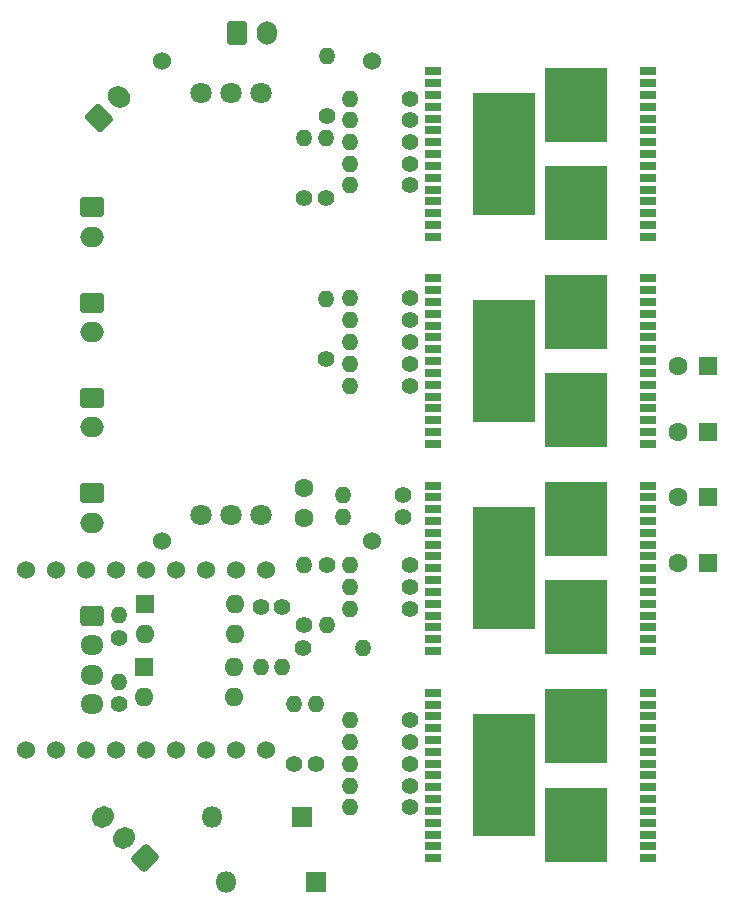
<source format=gbr>
%TF.GenerationSoftware,KiCad,Pcbnew,7.0.9*%
%TF.CreationDate,2024-06-22T14:47:38+09:00*%
%TF.ProjectId,Drive,44726976-652e-46b6-9963-61645f706362,rev?*%
%TF.SameCoordinates,Original*%
%TF.FileFunction,Soldermask,Top*%
%TF.FilePolarity,Negative*%
%FSLAX46Y46*%
G04 Gerber Fmt 4.6, Leading zero omitted, Abs format (unit mm)*
G04 Created by KiCad (PCBNEW 7.0.9) date 2024-06-22 14:47:38*
%MOMM*%
%LPD*%
G01*
G04 APERTURE LIST*
G04 Aperture macros list*
%AMRoundRect*
0 Rectangle with rounded corners*
0 $1 Rounding radius*
0 $2 $3 $4 $5 $6 $7 $8 $9 X,Y pos of 4 corners*
0 Add a 4 corners polygon primitive as box body*
4,1,4,$2,$3,$4,$5,$6,$7,$8,$9,$2,$3,0*
0 Add four circle primitives for the rounded corners*
1,1,$1+$1,$2,$3*
1,1,$1+$1,$4,$5*
1,1,$1+$1,$6,$7*
1,1,$1+$1,$8,$9*
0 Add four rect primitives between the rounded corners*
20,1,$1+$1,$2,$3,$4,$5,0*
20,1,$1+$1,$4,$5,$6,$7,0*
20,1,$1+$1,$6,$7,$8,$9,0*
20,1,$1+$1,$8,$9,$2,$3,0*%
%AMHorizOval*
0 Thick line with rounded ends*
0 $1 width*
0 $2 $3 position (X,Y) of the first rounded end (center of the circle)*
0 $4 $5 position (X,Y) of the second rounded end (center of the circle)*
0 Add line between two ends*
20,1,$1,$2,$3,$4,$5,0*
0 Add two circle primitives to create the rounded ends*
1,1,$1,$2,$3*
1,1,$1,$4,$5*%
%AMFreePoly0*
4,1,37,-2.000000,3.000000,-1.984315,3.176420,-1.928653,3.370950,-1.834972,3.550293,-1.707107,3.707107,-1.550293,3.834972,-1.370950,3.928653,-1.176420,3.984315,-1.000000,4.000000,1.000000,4.000000,1.176420,3.984315,1.370950,3.928653,1.550293,3.834972,1.707107,3.707107,1.834972,3.550293,1.928653,3.370950,1.984315,3.176420,2.000000,3.000000,2.000000,-3.000000,1.984315,-3.176420,
1.928653,-3.370950,1.834972,-3.550293,1.707107,-3.707107,1.550293,-3.834972,1.370950,-3.928653,1.176420,-3.984315,1.000000,-4.000000,-1.000000,-4.000000,-1.176420,-3.984315,-1.370950,-3.928653,-1.550293,-3.834972,-1.707107,-3.707107,-1.834972,-3.550293,-1.928653,-3.370950,-1.984315,-3.176420,-2.000000,-3.000000,-2.000000,3.000000,-2.000000,3.000000,$1*%
%AMFreePoly1*
4,1,37,-1.750000,1.875000,-1.741990,1.993125,-1.696327,2.176741,-1.612259,2.346247,-1.493718,2.493718,-1.346247,2.612259,-1.176741,2.696327,-0.993125,2.741990,-0.875000,2.750000,0.875000,2.750000,0.993125,2.741990,1.176741,2.696327,1.346247,2.612259,1.493718,2.493718,1.612259,2.346247,1.696327,2.176741,1.741990,1.993125,1.750000,1.875000,1.750000,-1.875000,1.741990,-1.993125,
1.696327,-2.176741,1.612259,-2.346247,1.493718,-2.493718,1.346247,-2.612259,1.176741,-2.696327,0.993125,-2.741990,0.875000,-2.750000,-0.875000,-2.750000,-0.993125,-2.741990,-1.176741,-2.696327,-1.346247,-2.612259,-1.493718,-2.493718,-1.612259,-2.346247,-1.696327,-2.176741,-1.741990,-1.993125,-1.750000,-1.875000,-1.750000,1.875000,-1.750000,1.875000,$1*%
G04 Aperture macros list end*
%ADD10RoundRect,0.250000X0.936916X0.088388X0.088388X0.936916X-0.936916X-0.088388X-0.088388X-0.936916X0*%
%ADD11HorizOval,1.700000X0.088388X0.088388X-0.088388X-0.088388X0*%
%ADD12FreePoly0,0.000000*%
%ADD13R,1.600000X1.600000*%
%ADD14C,1.600000*%
%ADD15C,1.400000*%
%ADD16O,1.400000X1.400000*%
%ADD17FreePoly1,0.000000*%
%ADD18RoundRect,0.250000X-0.600000X-0.750000X0.600000X-0.750000X0.600000X0.750000X-0.600000X0.750000X0*%
%ADD19O,1.700000X2.000000*%
%ADD20C,1.800000*%
%ADD21RoundRect,0.250000X0.106066X-0.954594X0.954594X-0.106066X-0.106066X0.954594X-0.954594X0.106066X0*%
%ADD22HorizOval,1.700000X-0.106066X0.106066X0.106066X-0.106066X0*%
%ADD23R,1.350000X0.660000*%
%ADD24R,5.250000X10.300000*%
%ADD25R,5.250000X6.230000*%
%ADD26O,1.600000X1.600000*%
%ADD27C,1.524000*%
%ADD28R,1.800000X1.800000*%
%ADD29O,1.800000X1.800000*%
%ADD30RoundRect,0.250000X-0.750000X0.600000X-0.750000X-0.600000X0.750000X-0.600000X0.750000X0.600000X0*%
%ADD31O,2.000000X1.700000*%
%ADD32RoundRect,0.250000X-0.725000X0.600000X-0.725000X-0.600000X0.725000X-0.600000X0.725000X0.600000X0*%
%ADD33O,1.950000X1.700000*%
G04 APERTURE END LIST*
D10*
%TO.C,PWR*%
X124053600Y-120904000D03*
D11*
X122285833Y-119136233D03*
X120518066Y-117368466D03*
%TD*%
D12*
%TO.C,*%
X154482800Y-113842800D03*
%TD*%
D13*
%TO.C,C4*%
X171689913Y-90322400D03*
D14*
X169189913Y-90322400D03*
%TD*%
D15*
%TO.C,R25*%
X146507200Y-112877600D03*
D16*
X141427200Y-112877600D03*
%TD*%
D15*
%TO.C,R23*%
X146507200Y-109169200D03*
D16*
X141427200Y-109169200D03*
%TD*%
D15*
%TO.C,R33*%
X139395200Y-65024000D03*
D16*
X139395200Y-59944000D03*
%TD*%
D17*
%TO.C,*%
X160629600Y-65430400D03*
%TD*%
D15*
%TO.C,R5*%
X146507200Y-60274200D03*
D16*
X141427200Y-60274200D03*
%TD*%
D18*
%TO.C,Capasitor*%
X131851400Y-51054000D03*
D19*
X134351400Y-51054000D03*
%TD*%
D17*
%TO.C,*%
X160578800Y-82956400D03*
%TD*%
D12*
%TO.C,*%
X154482800Y-61315600D03*
%TD*%
D20*
%TO.C,Q1*%
X131292600Y-91800800D03*
X128752600Y-91800800D03*
X133832600Y-91800800D03*
%TD*%
D15*
%TO.C,R12*%
X146481800Y-79044800D03*
D16*
X141401800Y-79044800D03*
%TD*%
D15*
%TO.C,R22*%
X146507200Y-111023400D03*
D16*
X141427200Y-111023400D03*
%TD*%
D15*
%TO.C,R13*%
X139420600Y-96037400D03*
D16*
X139420600Y-101117400D03*
%TD*%
D21*
%TO.C,Solenoid*%
X120116600Y-58216800D03*
D22*
X121884367Y-56449033D03*
%TD*%
D15*
%TO.C,R24*%
X146507200Y-116586000D03*
D16*
X141427200Y-116586000D03*
%TD*%
D15*
%TO.C,R6*%
X146507200Y-62128400D03*
D16*
X141427200Y-62128400D03*
%TD*%
D23*
%TO.C,U3*%
X148399400Y-71790200D03*
X148399400Y-72790200D03*
X148399400Y-73790200D03*
X148399400Y-74790200D03*
X148399400Y-75790200D03*
X148399400Y-76790200D03*
X148399400Y-77790200D03*
X148399400Y-78790200D03*
X148399400Y-79790200D03*
X148399400Y-80790200D03*
X148399400Y-81790200D03*
X148399400Y-82790200D03*
X148399400Y-83790200D03*
X148399400Y-84790200D03*
X148399400Y-85790200D03*
X166649400Y-85790200D03*
X166649400Y-84790200D03*
X166649400Y-83790200D03*
X166649400Y-82790200D03*
X166649400Y-81790200D03*
X166649400Y-80790200D03*
X166649400Y-79790200D03*
X166649400Y-78790200D03*
X166649400Y-77790200D03*
X166649400Y-76790200D03*
X166649400Y-75790200D03*
X166649400Y-74790200D03*
X166649400Y-73790200D03*
X166649400Y-72790200D03*
X166649400Y-71790200D03*
D24*
X154474400Y-78790200D03*
D25*
X160574400Y-82955200D03*
X160574400Y-74625200D03*
%TD*%
D12*
%TO.C,*%
X154508200Y-78740000D03*
%TD*%
D15*
%TO.C,R28*%
X146507200Y-114731800D03*
D16*
X141427200Y-114731800D03*
%TD*%
D12*
%TO.C,*%
X154457400Y-96418400D03*
%TD*%
D17*
%TO.C,*%
X160578800Y-92151200D03*
%TD*%
D15*
%TO.C,R31*%
X133841200Y-99593400D03*
D16*
X133841200Y-104673400D03*
%TD*%
D13*
%TO.C,U6*%
X124012800Y-99334400D03*
D26*
X124012800Y-101874400D03*
X131632800Y-101874400D03*
X131632800Y-99334400D03*
%TD*%
D27*
%TO.C,U1*%
X114019000Y-111709200D03*
X116559000Y-111709200D03*
X119099000Y-111709200D03*
X121639000Y-111709200D03*
X124179000Y-111709200D03*
X126719000Y-111709200D03*
X129259000Y-111709200D03*
X131799000Y-111709200D03*
X134339000Y-111709200D03*
X134339000Y-96469200D03*
X131799000Y-96469200D03*
X129259000Y-96469200D03*
X126719000Y-96469200D03*
X124179000Y-96469200D03*
X121639000Y-96469200D03*
X119099000Y-96469200D03*
X116559000Y-96469200D03*
X114019000Y-96469200D03*
%TD*%
D15*
%TO.C,R7*%
X139344400Y-78587600D03*
D16*
X139344400Y-73507600D03*
%TD*%
D17*
%TO.C,*%
X160502600Y-118084600D03*
%TD*%
D15*
%TO.C,R10*%
X146481800Y-80899000D03*
D16*
X141401800Y-80899000D03*
%TD*%
D15*
%TO.C,R18*%
X146507200Y-97891600D03*
D16*
X141427200Y-97891600D03*
%TD*%
D28*
%TO.C,D1*%
X138557000Y-122859800D03*
D29*
X130937000Y-122859800D03*
%TD*%
D20*
%TO.C,Q2*%
X131292600Y-56083200D03*
X133832600Y-56083200D03*
X128752600Y-56083200D03*
%TD*%
D15*
%TO.C,R17*%
X146507200Y-96037400D03*
D16*
X141427200Y-96037400D03*
%TD*%
D15*
%TO.C,R20*%
X121843800Y-107848400D03*
D16*
X121843800Y-105948400D03*
%TD*%
D17*
%TO.C,*%
X160553400Y-100558600D03*
%TD*%
D15*
%TO.C,R9*%
X146481800Y-73482200D03*
D16*
X141401800Y-73482200D03*
%TD*%
D17*
%TO.C,*%
X160655000Y-57023000D03*
%TD*%
D13*
%TO.C,C1*%
X171689913Y-79248000D03*
D14*
X169189913Y-79248000D03*
%TD*%
D30*
%TO.C,M2*%
X119604200Y-73836000D03*
D31*
X119604200Y-76336000D03*
%TD*%
D23*
%TO.C,U5*%
X148399400Y-89330600D03*
X148399400Y-90330600D03*
X148399400Y-91330600D03*
X148399400Y-92330600D03*
X148399400Y-93330600D03*
X148399400Y-94330600D03*
X148399400Y-95330600D03*
X148399400Y-96330600D03*
X148399400Y-97330600D03*
X148399400Y-98330600D03*
X148399400Y-99330600D03*
X148399400Y-100330600D03*
X148399400Y-101330600D03*
X148399400Y-102330600D03*
X148399400Y-103330600D03*
X166649400Y-103330600D03*
X166649400Y-102330600D03*
X166649400Y-101330600D03*
X166649400Y-100330600D03*
X166649400Y-99330600D03*
X166649400Y-98330600D03*
X166649400Y-97330600D03*
X166649400Y-96330600D03*
X166649400Y-95330600D03*
X166649400Y-94330600D03*
X166649400Y-93330600D03*
X166649400Y-92330600D03*
X166649400Y-91330600D03*
X166649400Y-90330600D03*
X166649400Y-89330600D03*
D24*
X154474400Y-96330600D03*
D25*
X160574400Y-100495600D03*
X160574400Y-92165600D03*
%TD*%
D13*
%TO.C,U7*%
X124007400Y-104668400D03*
D26*
X124007400Y-107208400D03*
X131627400Y-107208400D03*
X131627400Y-104668400D03*
%TD*%
D13*
%TO.C,C5*%
X171689913Y-95859600D03*
D14*
X169189913Y-95859600D03*
%TD*%
D30*
%TO.C,M1*%
X119604200Y-65755200D03*
D31*
X119604200Y-68255200D03*
%TD*%
D30*
%TO.C,M3*%
X119604200Y-81887800D03*
D31*
X119604200Y-84387800D03*
%TD*%
D15*
%TO.C,R15*%
X145897600Y-90144600D03*
D16*
X140817600Y-90144600D03*
%TD*%
D13*
%TO.C,C2*%
X171689913Y-84785200D03*
D14*
X169189913Y-84785200D03*
%TD*%
D15*
%TO.C,R1*%
X139420600Y-58039000D03*
D16*
X139420600Y-52959000D03*
%TD*%
D23*
%TO.C,U8*%
X148405800Y-106872200D03*
X148405800Y-107872200D03*
X148405800Y-108872200D03*
X148405800Y-109872200D03*
X148405800Y-110872200D03*
X148405800Y-111872200D03*
X148405800Y-112872200D03*
X148405800Y-113872200D03*
X148405800Y-114872200D03*
X148405800Y-115872200D03*
X148405800Y-116872200D03*
X148405800Y-117872200D03*
X148405800Y-118872200D03*
X148405800Y-119872200D03*
X148405800Y-120872200D03*
X166655800Y-120872200D03*
X166655800Y-119872200D03*
X166655800Y-118872200D03*
X166655800Y-117872200D03*
X166655800Y-116872200D03*
X166655800Y-115872200D03*
X166655800Y-114872200D03*
X166655800Y-113872200D03*
X166655800Y-112872200D03*
X166655800Y-111872200D03*
X166655800Y-110872200D03*
X166655800Y-109872200D03*
X166655800Y-108872200D03*
X166655800Y-107872200D03*
X166655800Y-106872200D03*
D24*
X154480800Y-113872200D03*
D25*
X160580800Y-118037200D03*
X160580800Y-109707200D03*
%TD*%
D15*
%TO.C,R19*%
X121843800Y-102200200D03*
D16*
X121843800Y-100300200D03*
%TD*%
D28*
%TO.C,D2*%
X137312400Y-117373400D03*
D29*
X129692400Y-117373400D03*
%TD*%
D15*
%TO.C,R32*%
X137515600Y-65024000D03*
D16*
X137515600Y-59944000D03*
%TD*%
D15*
%TO.C,R2*%
X146507200Y-58420000D03*
D16*
X141427200Y-58420000D03*
%TD*%
D15*
%TO.C,R14*%
X145897600Y-91998800D03*
D16*
X140817600Y-91998800D03*
%TD*%
D17*
%TO.C,*%
X160604200Y-74549000D03*
%TD*%
D15*
%TO.C,R30*%
X135686800Y-99593400D03*
D16*
X135686800Y-104673400D03*
%TD*%
D30*
%TO.C,M4*%
X119604200Y-89965000D03*
D31*
X119604200Y-92465000D03*
%TD*%
D23*
%TO.C,U2*%
X148399400Y-54264200D03*
X148399400Y-55264200D03*
X148399400Y-56264200D03*
X148399400Y-57264200D03*
X148399400Y-58264200D03*
X148399400Y-59264200D03*
X148399400Y-60264200D03*
X148399400Y-61264200D03*
X148399400Y-62264200D03*
X148399400Y-63264200D03*
X148399400Y-64264200D03*
X148399400Y-65264200D03*
X148399400Y-66264200D03*
X148399400Y-67264200D03*
X148399400Y-68264200D03*
X166649400Y-68264200D03*
X166649400Y-67264200D03*
X166649400Y-66264200D03*
X166649400Y-65264200D03*
X166649400Y-64264200D03*
X166649400Y-63264200D03*
X166649400Y-62264200D03*
X166649400Y-61264200D03*
X166649400Y-60264200D03*
X166649400Y-59264200D03*
X166649400Y-58264200D03*
X166649400Y-57264200D03*
X166649400Y-56264200D03*
X166649400Y-55264200D03*
X166649400Y-54264200D03*
D24*
X154474400Y-61264200D03*
D25*
X160574400Y-65429200D03*
X160574400Y-57099200D03*
%TD*%
D14*
%TO.C,C3*%
X137515600Y-92075000D03*
X137515600Y-89575000D03*
%TD*%
D15*
%TO.C,R26*%
X137541000Y-101117400D03*
D16*
X137541000Y-96037400D03*
%TD*%
D17*
%TO.C,*%
X160528000Y-109677200D03*
%TD*%
D15*
%TO.C,R11*%
X146481800Y-77190600D03*
D16*
X141401800Y-77190600D03*
%TD*%
D32*
%TO.C,J2*%
X119583200Y-100348200D03*
D33*
X119583200Y-102848200D03*
X119583200Y-105348200D03*
X119583200Y-107848200D03*
%TD*%
D15*
%TO.C,R4*%
X146507200Y-63906400D03*
D16*
X141427200Y-63906400D03*
%TD*%
D15*
%TO.C,R21*%
X138531600Y-112877600D03*
D16*
X138531600Y-107797600D03*
%TD*%
D15*
%TO.C,R3*%
X146507200Y-56565800D03*
D16*
X141427200Y-56565800D03*
%TD*%
D15*
%TO.C,R8*%
X146481800Y-75336400D03*
D16*
X141401800Y-75336400D03*
%TD*%
D27*
%TO.C,U4*%
X143306800Y-53416200D03*
X125526800Y-53416200D03*
X143306800Y-94056200D03*
X125526800Y-94056200D03*
%TD*%
D15*
%TO.C,R27*%
X136652000Y-112877600D03*
D16*
X136652000Y-107797600D03*
%TD*%
D15*
%TO.C,R29*%
X137439400Y-103124000D03*
D16*
X142519400Y-103124000D03*
%TD*%
D15*
%TO.C,R16*%
X146507200Y-99745800D03*
D16*
X141427200Y-99745800D03*
%TD*%
M02*

</source>
